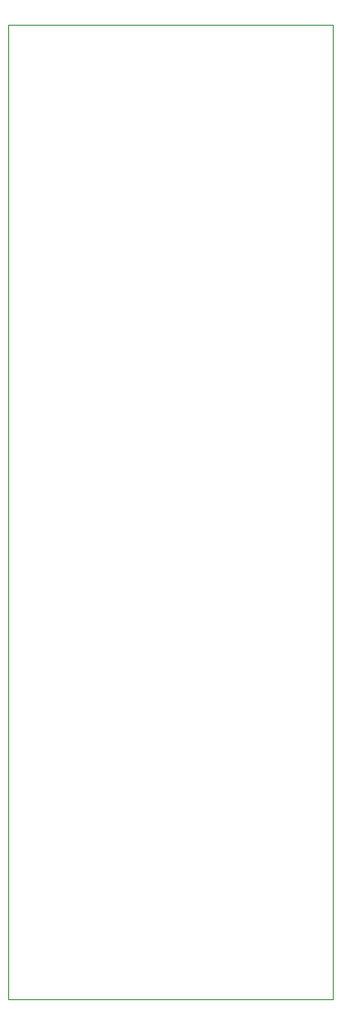
<source format=gbr>
%TF.GenerationSoftware,KiCad,Pcbnew,(6.99.0-1665-g4ee6cfe5b6)*%
%TF.CreationDate,2022-06-28T13:02:27+08:00*%
%TF.ProjectId,NoiseAmplifyingProbe,4e6f6973-6541-46d7-906c-696679696e67,rev?*%
%TF.SameCoordinates,Original*%
%TF.FileFunction,Profile,NP*%
%FSLAX46Y46*%
G04 Gerber Fmt 4.6, Leading zero omitted, Abs format (unit mm)*
G04 Created by KiCad (PCBNEW (6.99.0-1665-g4ee6cfe5b6)) date 2022-06-28 13:02:27*
%MOMM*%
%LPD*%
G01*
G04 APERTURE LIST*
%TA.AperFunction,Profile*%
%ADD10C,0.100000*%
%TD*%
G04 APERTURE END LIST*
D10*
X130000000Y-140000000D02*
X130000000Y-50000000D01*
X160000000Y-140000000D02*
X130000000Y-140000000D01*
X130000000Y-50000000D02*
X160000000Y-50000000D01*
X160000000Y-50000000D02*
X160000000Y-140000000D01*
M02*

</source>
